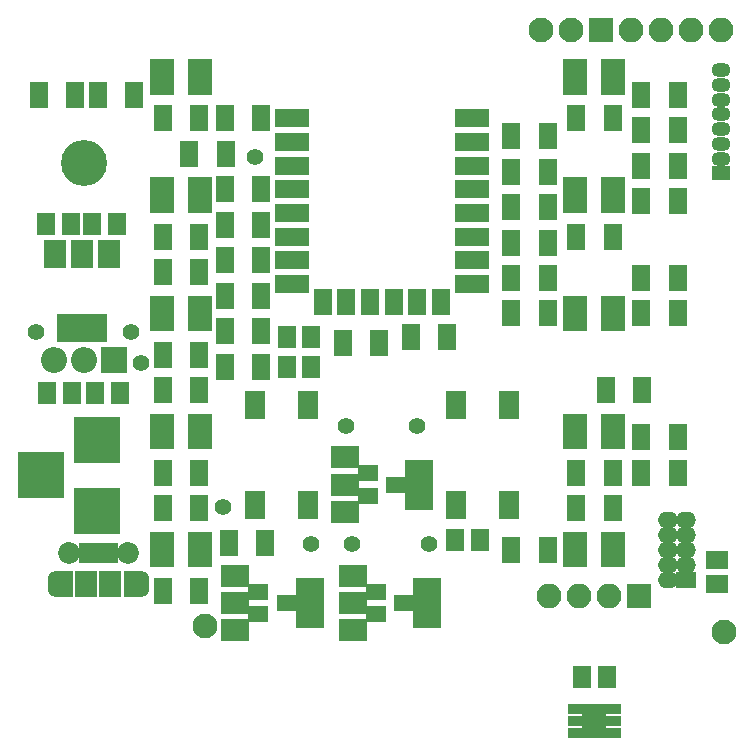
<source format=gbr>
G04 #@! TF.FileFunction,Soldermask,Top*
%FSLAX46Y46*%
G04 Gerber Fmt 4.6, Leading zero omitted, Abs format (unit mm)*
G04 Created by KiCad (PCBNEW 4.0.7) date 2018 March 10, Saturday 13:23:40*
%MOMM*%
%LPD*%
G01*
G04 APERTURE LIST*
%ADD10C,0.100000*%
%ADD11R,1.500000X2.300000*%
%ADD12R,1.700000X1.400000*%
%ADD13O,1.700000X1.400000*%
%ADD14R,3.900000X3.900000*%
%ADD15R,2.400000X4.200000*%
%ADD16R,2.400000X1.900000*%
%ADD17R,4.200000X2.400000*%
%ADD18R,1.900000X2.400000*%
%ADD19R,2.000000X2.900000*%
%ADD20R,1.450000X0.850000*%
%ADD21R,1.900000X2.300000*%
%ADD22C,1.850000*%
%ADD23R,0.800000X1.750000*%
%ADD24O,1.600000X2.300000*%
%ADD25R,1.600000X2.300000*%
%ADD26R,2.900000X1.600000*%
%ADD27R,1.600000X2.200000*%
%ADD28R,1.500000X1.850000*%
%ADD29R,1.850000X1.500000*%
%ADD30R,1.600000X1.250000*%
%ADD31O,1.600000X1.250000*%
%ADD32R,1.700000X2.400000*%
%ADD33R,2.100000X2.100000*%
%ADD34O,2.100000X2.100000*%
%ADD35C,1.400000*%
%ADD36C,2.100000*%
%ADD37O,3.900000X3.900000*%
%ADD38R,2.200000X2.200000*%
%ADD39O,2.200000X2.200000*%
%ADD40R,2.100000X1.500000*%
G04 APERTURE END LIST*
D10*
D11*
X115950000Y-75500000D03*
X119050000Y-75500000D03*
X118950000Y-59500000D03*
X122050000Y-59500000D03*
D12*
X122785000Y-91540000D03*
D13*
X121215000Y-91540000D03*
X122785000Y-90270000D03*
X121215000Y-90270000D03*
X122785000Y-89000000D03*
X121215000Y-89000000D03*
X122785000Y-87730000D03*
X121215000Y-87730000D03*
X122785000Y-86460000D03*
X121215000Y-86460000D03*
D14*
X72850000Y-79700000D03*
X72850000Y-85700000D03*
X68150000Y-82700000D03*
D15*
X100850000Y-93500000D03*
D16*
X94550000Y-93500000D03*
X94550000Y-95800000D03*
X94550000Y-91200000D03*
D15*
X100150000Y-83500000D03*
D16*
X93850000Y-83500000D03*
X93850000Y-85800000D03*
X93850000Y-81200000D03*
D15*
X90900000Y-93500000D03*
D16*
X84600000Y-93500000D03*
X84600000Y-95800000D03*
X84600000Y-91200000D03*
D17*
X71600000Y-70250000D03*
D18*
X71600000Y-63950000D03*
X69300000Y-63950000D03*
X73900000Y-63950000D03*
D19*
X115000000Y-103500000D03*
D20*
X116550000Y-104500000D03*
X116550000Y-103500000D03*
X116550000Y-102500000D03*
X113450000Y-102500000D03*
X113450000Y-103500000D03*
X113450000Y-104500000D03*
D21*
X74000000Y-91950000D03*
D22*
X70500000Y-89250000D03*
D23*
X72350000Y-89250000D03*
X71700000Y-89250000D03*
X74300000Y-89250000D03*
X73650000Y-89250000D03*
X73000000Y-89250000D03*
D22*
X75500000Y-89250000D03*
D21*
X72000000Y-91950000D03*
D24*
X69500000Y-91950000D03*
X76500000Y-91950000D03*
D25*
X75900000Y-91950000D03*
X70100000Y-91950000D03*
D26*
X89400000Y-52500000D03*
X89400000Y-54500000D03*
X89400000Y-56500000D03*
X89400000Y-58500000D03*
X89400000Y-60500000D03*
X89400000Y-62500000D03*
X89400000Y-64500000D03*
X89400000Y-66500000D03*
D27*
X92000000Y-68000000D03*
X94000000Y-68000000D03*
X96000000Y-68000000D03*
X98000000Y-68000000D03*
X100000000Y-68000000D03*
X102000000Y-68000000D03*
D26*
X104600000Y-66500000D03*
X104600000Y-64500000D03*
X104600000Y-62500000D03*
X104600000Y-60500000D03*
X104600000Y-58500000D03*
X104600000Y-56500000D03*
X104600000Y-54500000D03*
X104600000Y-52500000D03*
D28*
X74850000Y-75700000D03*
X72750000Y-75700000D03*
X68550000Y-61400000D03*
X70650000Y-61400000D03*
X68650000Y-75700000D03*
X70750000Y-75700000D03*
X72450000Y-61400000D03*
X74550000Y-61400000D03*
X88950000Y-73500000D03*
X91050000Y-73500000D03*
X88950000Y-71000000D03*
X91050000Y-71000000D03*
X105300000Y-88200000D03*
X103200000Y-88200000D03*
X113950000Y-99800000D03*
X116050000Y-99800000D03*
D29*
X125400000Y-91950000D03*
X125400000Y-89850000D03*
D30*
X125700000Y-57150000D03*
D31*
X125700000Y-55900000D03*
X125700000Y-54650000D03*
X125700000Y-53400000D03*
X125700000Y-52150000D03*
X125700000Y-50900000D03*
X125700000Y-49650000D03*
X125700000Y-48400000D03*
D12*
X96500000Y-92550000D03*
X96500000Y-94450000D03*
X98900000Y-93500000D03*
X95800000Y-82550000D03*
X95800000Y-84450000D03*
X98200000Y-83500000D03*
X86550000Y-92550000D03*
X86550000Y-94450000D03*
X88950000Y-93500000D03*
D11*
X80700000Y-55500000D03*
X83800000Y-55500000D03*
X83700000Y-52500000D03*
X86800000Y-52500000D03*
X111050000Y-63000000D03*
X107950000Y-63000000D03*
X107950000Y-66000000D03*
X111050000Y-66000000D03*
X86800000Y-64500000D03*
X83700000Y-64500000D03*
X111050000Y-60000000D03*
X107950000Y-60000000D03*
X86800000Y-58500000D03*
X83700000Y-58500000D03*
X76050000Y-50500000D03*
X72950000Y-50500000D03*
X78450000Y-65500000D03*
X81550000Y-65500000D03*
X81550000Y-52500000D03*
X78450000Y-52500000D03*
X81550000Y-62500000D03*
X78450000Y-62500000D03*
X71050000Y-50500000D03*
X67950000Y-50500000D03*
X83700000Y-61500000D03*
X86800000Y-61500000D03*
X78450000Y-72500000D03*
X81550000Y-72500000D03*
X78450000Y-82500000D03*
X81550000Y-82500000D03*
X83700000Y-70500000D03*
X86800000Y-70500000D03*
X83700000Y-73500000D03*
X86800000Y-73500000D03*
X83700000Y-67500000D03*
X86800000Y-67500000D03*
X78450000Y-75500000D03*
X81550000Y-75500000D03*
X78450000Y-85500000D03*
X81550000Y-85500000D03*
X113450000Y-52500000D03*
X116550000Y-52500000D03*
X78450000Y-92500000D03*
X81550000Y-92500000D03*
X118950000Y-53500000D03*
X122050000Y-53500000D03*
X84050000Y-88400000D03*
X87150000Y-88400000D03*
X118950000Y-50500000D03*
X122050000Y-50500000D03*
X113450000Y-62500000D03*
X116550000Y-62500000D03*
X111050000Y-69000000D03*
X107950000Y-69000000D03*
X118950000Y-69000000D03*
X122050000Y-69000000D03*
X118950000Y-56500000D03*
X122050000Y-56500000D03*
X118950000Y-66000000D03*
X122050000Y-66000000D03*
X111050000Y-89000000D03*
X107950000Y-89000000D03*
X113450000Y-82500000D03*
X116550000Y-82500000D03*
X122050000Y-82500000D03*
X118950000Y-82500000D03*
X118950000Y-79500000D03*
X122050000Y-79500000D03*
X116550000Y-85500000D03*
X113450000Y-85500000D03*
X111050000Y-54000000D03*
X107950000Y-54000000D03*
X93700000Y-71500000D03*
X96800000Y-71500000D03*
X111050000Y-57000000D03*
X107950000Y-57000000D03*
X102550000Y-71000000D03*
X99450000Y-71000000D03*
D32*
X107750000Y-76750000D03*
X103250000Y-76750000D03*
X103250000Y-85250000D03*
X107750000Y-85250000D03*
X90750000Y-76750000D03*
X86250000Y-76750000D03*
X86250000Y-85250000D03*
X90750000Y-85250000D03*
D33*
X118810000Y-92900000D03*
D34*
X116270000Y-92900000D03*
X113730000Y-92900000D03*
X111190000Y-92900000D03*
D35*
X86250000Y-55750000D03*
D36*
X82000000Y-95500000D03*
D35*
X94500000Y-88500000D03*
D36*
X110490000Y-45000000D03*
X113030000Y-45000000D03*
D35*
X94000000Y-78500000D03*
X83600000Y-85400000D03*
X67700000Y-70600000D03*
X76600000Y-73200000D03*
X101000000Y-88500000D03*
X100000000Y-78500000D03*
X91000000Y-88500000D03*
X75800000Y-70600000D03*
D36*
X126000000Y-96000000D03*
D33*
X115570000Y-45000000D03*
D34*
X118110000Y-45000000D03*
X120650000Y-45000000D03*
X123190000Y-45000000D03*
X125730000Y-45000000D03*
D37*
X71800000Y-56300000D03*
D38*
X74340000Y-72960000D03*
D39*
X71800000Y-72960000D03*
X69260000Y-72960000D03*
D40*
X78400000Y-79750000D03*
X78400000Y-78250000D03*
X81600000Y-78250000D03*
X81600000Y-79750000D03*
X78400000Y-69750000D03*
X78400000Y-68250000D03*
X81600000Y-68250000D03*
X81600000Y-69750000D03*
X78400000Y-59750000D03*
X78400000Y-58250000D03*
X81600000Y-58250000D03*
X81600000Y-59750000D03*
X78400000Y-49750000D03*
X78400000Y-48250000D03*
X81600000Y-48250000D03*
X81600000Y-49750000D03*
X78400000Y-89750000D03*
X78400000Y-88250000D03*
X81600000Y-88250000D03*
X81600000Y-89750000D03*
X113400000Y-49750000D03*
X113400000Y-48250000D03*
X116600000Y-48250000D03*
X116600000Y-49750000D03*
X113400000Y-59750000D03*
X113400000Y-58250000D03*
X116600000Y-58250000D03*
X116600000Y-59750000D03*
X113400000Y-69750000D03*
X113400000Y-68250000D03*
X116600000Y-68250000D03*
X116600000Y-69750000D03*
X113400000Y-79750000D03*
X113400000Y-78250000D03*
X116600000Y-78250000D03*
X116600000Y-79750000D03*
X113400000Y-89750000D03*
X113400000Y-88250000D03*
X116600000Y-88250000D03*
X116600000Y-89750000D03*
M02*

</source>
